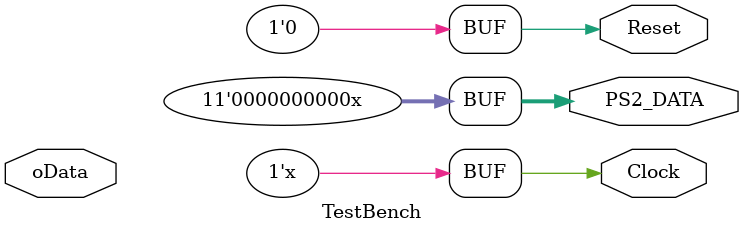
<source format=v>

module TestBench(
	output 		reg Reset,
	output 		reg Clock,
	output 	   reg [10:0] PS2_DATA,
	input    		wire [7:0]  oData
);

   // Inputs
	
   // Outputs
	//reg PS2_DATA;	
	//reg Clock;
	//reg Reset;
   
   // Instantiate the Unit Under Test (UUT)
   keyboard uut (
		.Clock(Clock), 
		.Reset(Reset), 
		.PS2_DATA(PS2_DATA),
		.oData(wData)
		);
   
   always
      begin
	 #25  Clock =  ! Clock;

      end

always
      begin
	 #17  PS2_DATA =  ! PS2_DATA;

      end

   initial begin
      // Initialize Inputs
      Clock = 0;
      Reset = 0;
		PS2_DATA = 0;

      // Wait 100 ns for global reset to finish
      #100;
      Reset = 1;
      #50
	   Reset = 0;
      
      // Add stimulus here

   end
   
endmodule


</source>
